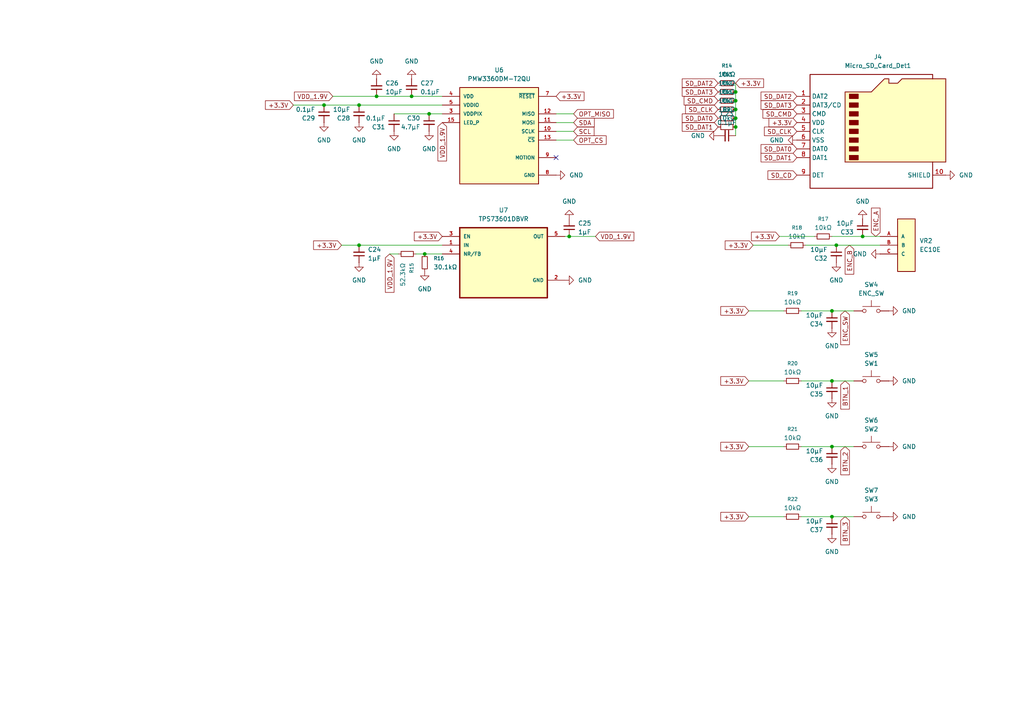
<source format=kicad_sch>
(kicad_sch (version 20250114) (generator "eeschema") (generator_version "9.0")
  (paper "A4")
  (lib_symbols
    (symbol "Connector:Micro_SD_Card_Det1"
      (property "Reference" "J" (at -16.51 17.78 0))
      (property "Value" "Micro_SD_Card_Det1" (at 16.51 17.78 0))
      (symbol "Micro_SD_Card_Det1_0_1"
        (polyline (pts (xy -8.89 -8.89) (xy -8.89 11.43) (xy -1.27 11.43) (xy 2.54 15.24) (xy 3.81 15.24) (xy 3.81 13.97) (xy 6.35 13.97) (xy 7.62 15.24) (xy 20.32 15.24) (xy 20.32 -8.89) (xy -8.89 -8.89)) (stroke (width 0.254)) (fill (type background)))
        (rectangle (start -7.62 10.795) (end -5.08 9.525) (stroke (width 0.254)) (fill (type outline)))
        (rectangle (start -7.62 8.255) (end -5.08 6.985) (stroke (width 0.254)) (fill (type outline)))
        (rectangle (start -7.62 5.715) (end -5.08 4.445) (stroke (width 0.254)) (fill (type outline)))
        (rectangle (start -7.62 3.175) (end -5.08 1.905) (stroke (width 0.254)) (fill (type outline)))
        (rectangle (start -7.62 0.635) (end -5.08 -0.635) (stroke (width 0.254)) (fill (type outline)))
        (rectangle (start -7.62 -1.905) (end -5.08 -3.175) (stroke (width 0.254)) (fill (type outline)))
        (rectangle (start -7.62 -4.445) (end -5.08 -5.715) (stroke (width 0.254)) (fill (type outline)))
        (rectangle (start -7.62 -6.985) (end -5.08 -8.255) (stroke (width 0.254)) (fill (type outline)))
        (polyline (pts (xy 16.51 15.24) (xy 16.51 16.51) (xy -19.05 16.51) (xy -19.05 -16.51) (xy 16.51 -16.51) (xy 16.51 -8.89)) (stroke (width 0.254)))
      )
      (symbol "Micro_SD_Card_Det1_1_1"
        (pin bidirectional line (at -22.86 10.16 0) (length 3.81) (name "DAT2") (number "1"))
        (pin bidirectional line (at -22.86 7.62 0) (length 3.81) (name "DAT3/CD") (number "2"))
        (pin input line (at -22.86 5.08 0) (length 3.81) (name "CMD") (number "3"))
        (pin power_in line (at -22.86 2.54 0) (length 3.81) (name "VDD") (number "4"))
        (pin input line (at -22.86 0 0) (length 3.81) (name "CLK") (number "5"))
        (pin power_in line (at -22.86 -2.54 0) (length 3.81) (name "VSS") (number "6"))
        (pin bidirectional line (at -22.86 -5.08 0) (length 3.81) (name "DAT0") (number "7"))
        (pin bidirectional line (at -22.86 -7.62 0) (length 3.81) (name "DAT1") (number "8"))
        (pin passive line (at -22.86 -12.7 0) (length 3.81) (name "DET") (number "9"))
        (pin passive line (at 20.32 -12.7 180) (length 3.81) (name "SHIELD") (number "10"))
      )
    )
    (symbol "Device:C_Small" (pin_numbers (hide yes)) (pin_names (offset 0.254) (hide yes))
      (property "Reference" "C" (at 0.254 1.778 0))
      (property "Value" "C_Small" (at 0.254 -2.032 0))
      (symbol "C_Small_0_1"
        (polyline (pts (xy -1.524 0.508) (xy 1.524 0.508)) (stroke (width 0.3048)))
        (polyline (pts (xy -1.524 -0.508) (xy 1.524 -0.508)) (stroke (width 0.3302)))
      )
      (symbol "C_Small_1_1"
        (pin passive line (at 0 2.54 270) (length 2.032) (name "~") (number "1"))
        (pin passive line (at 0 -2.54 90) (length 2.032) (name "~") (number "2"))
      )
    )
    (symbol "Device:R_Small" (pin_numbers (hide yes)) (pin_names (offset 0.254) (hide yes))
      (property "Reference" "R" (at 0 0 90))
      (property "Value" "R_Small" (at 1.778 0 90))
      (symbol "R_Small_0_1"
        (rectangle (start -0.762 1.778) (end 0.762 -1.778) (stroke (width 0.2032)))
      )
      (symbol "R_Small_1_1"
        (pin passive line (at 0 2.54 270) (length 0.762) (name "~") (number "1"))
        (pin passive line (at 0 -2.54 90) (length 0.762) (name "~") (number "2"))
      )
    )
    (symbol "Library:EC10E1220501" (pin_names (offset 1.016))
      (property "Reference" "VR" (at -7.6292 8.9007 0))
      (property "Value" "EC10E1220501" (at -7.6282 6.3568 0))
      (symbol "EC10E1220501_0_0"
        (rectangle (start -7.62 0) (end 7.62 5.08) (stroke (width 0.254)) (fill (type background)))
        (pin passive line (at -2.54 -5.08 90) (length 5.08) (name "A") (number "A"))
        (pin passive line (at 0 -5.08 90) (length 5.08) (name "B") (number "B"))
        (pin passive line (at 2.54 -5.08 90) (length 5.08) (name "C") (number "C"))
      )
    )
    (symbol "Library:PMW3360DM-T2QU" (pin_names (offset 1.016))
      (property "Reference" "U" (at -12.7 13.335 0))
      (property "Value" "PMW3360DM-T2QU" (at -12.7 -17.78 0))
      (symbol "PMW3360DM-T2QU_0_0"
        (rectangle (start -12.7 -15.24) (end 10.16 12.7) (stroke (width 0.254)) (fill (type background)))
        (pin bidirectional line (at -17.78 10.16 0) (length 5.08) (name "VDD") (number "4"))
        (pin bidirectional line (at -17.78 7.62 0) (length 5.08) (name "VDDIO") (number "5"))
        (pin bidirectional line (at -17.78 5.08 0) (length 5.08) (name "VDDPIX") (number "3"))
        (pin bidirectional line (at -17.78 2.54 0) (length 5.08) (name "LED_P") (number "15"))
        (pin bidirectional line (at 15.24 10.16 180) (length 5.08) (name "~{RESET}") (number "7"))
        (pin bidirectional line (at 15.24 5.08 180) (length 5.08) (name "MISO") (number "12"))
        (pin bidirectional line (at 15.24 2.54 180) (length 5.08) (name "MOSI") (number "11"))
        (pin bidirectional line (at 15.24 0 180) (length 5.08) (name "SCLK") (number "10"))
        (pin bidirectional line (at 15.24 -2.54 180) (length 5.08) (name "~{CS}") (number "13"))
        (pin bidirectional line (at 15.24 -7.62 180) (length 5.08) (name "MOTION") (number "9"))
        (pin bidirectional line (at 15.24 -12.7 180) (length 5.08) (name "GND") (number "8"))
      )
    )
    (symbol "Library:TPS73601DBVR" (pin_names (offset 1.016))
      (property "Reference" "U" (at -12.7 11.16 0))
      (property "Value" "TPS73601DBVR" (at -12.7 -14.16 0))
      (symbol "TPS73601DBVR_0_0"
        (rectangle (start -12.7 -10.16) (end 12.7 10.16) (stroke (width 0.41)) (fill (type background)))
        (pin input line (at -17.78 7.62 0) (length 5.08) (name "EN") (number "3"))
        (pin input line (at -17.78 5.08 0) (length 5.08) (name "IN") (number "1"))
        (pin input line (at -17.78 2.54 0) (length 5.08) (name "NR/FB") (number "4"))
        (pin output line (at 17.78 7.62 180) (length 5.08) (name "OUT") (number "5"))
        (pin power_in line (at 17.78 -5.08 180) (length 5.08) (name "GND") (number "2"))
      )
    )
    (symbol "Switch:SW_Push" (pin_numbers (hide yes)) (pin_names (offset 1.016) (hide yes))
      (property "Reference" "SW" (at 1.27 2.54 0))
      (property "Value" "SW_Push" (at 0 -1.524 0))
      (symbol "SW_Push_0_1"
        (circle (center -2.032 0) (radius 0.508))
        (polyline (pts (xy 0 1.27) (xy 0 3.048)))
        (circle (center 2.032 0) (radius 0.508))
        (polyline (pts (xy 2.54 1.27) (xy -2.54 1.27)))
        (pin passive line (at -5.08 0 0) (length 2.54) (name "1") (number "1"))
        (pin passive line (at 5.08 0 180) (length 2.54) (name "2") (number "2"))
      )
    )
    (symbol "power:GND" (power) (pin_numbers (hide yes)) (pin_names (offset 0) (hide yes))
      (property "Value" "GND" (at 0 -3.81 0))
      (symbol "GND_0_1"
        (polyline (pts (xy 0 0) (xy 0 -1.27) (xy 1.27 -1.27) (xy 0 -2.54) (xy -1.27 -1.27) (xy 0 -1.27)))
      )
      (symbol "GND_1_1"
        (pin power_in line (at 0 0 270) (length 0) (name "~") (number "1"))
      )
    )
  )
  (junction (at 119.38 27.94))
  (junction (at 241.3 110.49))
  (junction (at 213.36 26.67))
  (junction (at 109.22 27.94))
  (junction (at 165.1 68.58))
  (junction (at 213.36 34.29))
  (junction (at 213.36 29.21))
  (junction (at 242.57 71.12))
  (junction (at 104.14 71.12))
  (junction (at 213.36 36.83))
  (junction (at 241.3 149.86))
  (junction (at 241.3 90.17))
  (junction (at 104.14 30.48))
  (junction (at 250.19 68.58))
  (junction (at 241.3 129.54))
  (junction (at 124.46 33.02))
  (junction (at 93.98 30.48))
  (junction (at 213.36 31.75))
  (junction (at 123.19 73.66))
  (no_connect (at 161.29 45.72))
  (wire (pts (xy 213.36 36.83) (xy 213.36 39.37)))
  (wire (pts (xy 232.41 110.49) (xy 241.3 110.49)))
  (wire (pts (xy 213.36 24.13) (xy 213.36 26.67)))
  (wire (pts (xy 241.3 149.86) (xy 247.65 149.86)))
  (wire (pts (xy 99.06 71.12) (xy 104.14 71.12)))
  (wire (pts (xy 120.65 73.66) (xy 123.19 73.66)))
  (wire (pts (xy 172.72 68.58) (xy 165.1 68.58)))
  (wire (pts (xy 213.36 34.29) (xy 213.36 36.83)))
  (wire (pts (xy 241.3 110.49) (xy 247.65 110.49)))
  (wire (pts (xy 113.03 73.66) (xy 115.57 73.66)))
  (wire (pts (xy 241.3 68.58) (xy 250.19 68.58)))
  (wire (pts (xy 166.37 38.1) (xy 161.29 38.1)))
  (wire (pts (xy 217.17 110.49) (xy 227.33 110.49)))
  (wire (pts (xy 119.38 27.94) (xy 128.27 27.94)))
  (wire (pts (xy 85.09 30.48) (xy 93.98 30.48)))
  (wire (pts (xy 241.3 129.54) (xy 247.65 129.54)))
  (wire (pts (xy 233.68 71.12) (xy 242.57 71.12)))
  (wire (pts (xy 232.41 90.17) (xy 241.3 90.17)))
  (wire (pts (xy 242.57 71.12) (xy 255.27 71.12)))
  (wire (pts (xy 93.98 30.48) (xy 104.14 30.48)))
  (wire (pts (xy 217.17 90.17) (xy 227.33 90.17)))
  (wire (pts (xy 217.17 129.54) (xy 227.33 129.54)))
  (wire (pts (xy 114.3 33.02) (xy 124.46 33.02)))
  (wire (pts (xy 166.37 33.02) (xy 161.29 33.02)))
  (wire (pts (xy 104.14 71.12) (xy 128.27 71.12)))
  (wire (pts (xy 217.17 149.86) (xy 227.33 149.86)))
  (wire (pts (xy 232.41 129.54) (xy 241.3 129.54)))
  (wire (pts (xy 109.22 27.94) (xy 119.38 27.94)))
  (wire (pts (xy 213.36 31.75) (xy 213.36 34.29)))
  (wire (pts (xy 123.19 73.66) (xy 128.27 73.66)))
  (wire (pts (xy 166.37 40.64) (xy 161.29 40.64)))
  (wire (pts (xy 165.1 68.58) (xy 163.83 68.58)))
  (wire (pts (xy 226.06 68.58) (xy 236.22 68.58)))
  (wire (pts (xy 166.37 35.56) (xy 161.29 35.56)))
  (wire (pts (xy 213.36 26.67) (xy 213.36 29.21)))
  (wire (pts (xy 96.52 27.94) (xy 109.22 27.94)))
  (wire (pts (xy 250.19 68.58) (xy 255.27 68.58)))
  (wire (pts (xy 104.14 30.48) (xy 128.27 30.48)))
  (wire (pts (xy 213.36 29.21) (xy 213.36 31.75)))
  (wire (pts (xy 241.3 90.17) (xy 247.65 90.17)))
  (wire (pts (xy 124.46 33.02) (xy 128.27 33.02)))
  (wire (pts (xy 232.41 149.86) (xy 241.3 149.86)))
  (wire (pts (xy 218.44 71.12) (xy 228.6 71.12)))
  (global_label "VDD_1.9V" (shape input) (at 113.03 73.66 270) (property "Intersheetrefs" "${INTERSHEET_REFS}" (effects (hide yes))))
  (global_label "SD_CMD" (shape input) (at 208.28 29.21 180) (property "Intersheetrefs" "${INTERSHEET_REFS}" (effects (hide yes))))
  (global_label "BTN_2" (shape input) (at 245.11 129.54 270) (property "Intersheetrefs" "${INTERSHEET_REFS}" (effects (hide yes))))
  (global_label "SD_DAT1" (shape input) (at 208.28 36.83 180) (property "Intersheetrefs" "${INTERSHEET_REFS}" (effects (hide yes))))
  (global_label "+3.3V" (shape input) (at 161.29 27.94 0) (property "Intersheetrefs" "${INTERSHEET_REFS}" (effects (hide yes))))
  (global_label "BTN_1" (shape input) (at 245.11 110.49 270) (property "Intersheetrefs" "${INTERSHEET_REFS}" (effects (hide yes))))
  (global_label "SDA" (shape input) (at 166.37 35.56 0) (property "Intersheetrefs" "${INTERSHEET_REFS}" (effects (hide yes))))
  (global_label "+3.3V" (shape input) (at 217.17 110.49 180) (property "Intersheetrefs" "${INTERSHEET_REFS}" (effects (hide yes))))
  (global_label "SD_DAT2" (shape input) (at 231.14 27.94 180) (property "Intersheetrefs" "${INTERSHEET_REFS}" (effects (hide yes))))
  (global_label "+3.3V" (shape input) (at 217.17 90.17 180) (property "Intersheetrefs" "${INTERSHEET_REFS}" (effects (hide yes))))
  (global_label "SD_CLK" (shape input) (at 231.14 38.1 180) (property "Intersheetrefs" "${INTERSHEET_REFS}" (effects (hide yes))))
  (global_label "SD_DAT1" (shape input) (at 231.14 45.72 180) (property "Intersheetrefs" "${INTERSHEET_REFS}" (effects (hide yes))))
  (global_label "+3.3V" (shape input) (at 128.27 68.58 180) (property "Intersheetrefs" "${INTERSHEET_REFS}" (effects (hide yes))))
  (global_label "VDD_1.9V" (shape input) (at 172.72 68.58 0) (property "Intersheetrefs" "${INTERSHEET_REFS}" (effects (hide yes))))
  (global_label "+3.3V" (shape input) (at 99.06 71.12 180) (property "Intersheetrefs" "${INTERSHEET_REFS}" (effects (hide yes))))
  (global_label "+3.3V" (shape input) (at 213.36 24.13 0) (property "Intersheetrefs" "${INTERSHEET_REFS}" (effects (hide yes))))
  (global_label "SD_DAT2" (shape input) (at 208.28 24.13 180) (property "Intersheetrefs" "${INTERSHEET_REFS}" (effects (hide yes))))
  (global_label "BTN_3" (shape input) (at 245.11 149.86 270) (property "Intersheetrefs" "${INTERSHEET_REFS}" (effects (hide yes))))
  (global_label "SD_DAT3" (shape input) (at 208.28 26.67 180) (property "Intersheetrefs" "${INTERSHEET_REFS}" (effects (hide yes))))
  (global_label "+3.3V" (shape input) (at 85.09 30.48 180) (property "Intersheetrefs" "${INTERSHEET_REFS}" (effects (hide yes))))
  (global_label "VDD_1.9V" (shape input) (at 128.27 35.56 270) (property "Intersheetrefs" "${INTERSHEET_REFS}" (effects (hide yes))))
  (global_label "SD_DAT3" (shape input) (at 231.14 30.48 180) (property "Intersheetrefs" "${INTERSHEET_REFS}" (effects (hide yes))))
  (global_label "+3.3V" (shape input) (at 217.17 129.54 180) (property "Intersheetrefs" "${INTERSHEET_REFS}" (effects (hide yes))))
  (global_label "ENC_A" (shape input) (at 254 68.58 90) (property "Intersheetrefs" "${INTERSHEET_REFS}" (effects (hide yes))))
  (global_label "ENC_SW" (shape input) (at 245.11 90.17 270) (property "Intersheetrefs" "${INTERSHEET_REFS}" (effects (hide yes))))
  (global_label "OPT_MISO" (shape input) (at 166.37 33.02 0) (property "Intersheetrefs" "${INTERSHEET_REFS}" (effects (hide yes))))
  (global_label "SD_CMD" (shape input) (at 231.14 33.02 180) (property "Intersheetrefs" "${INTERSHEET_REFS}" (effects (hide yes))))
  (global_label "+3.3V" (shape input) (at 218.44 71.12 180) (property "Intersheetrefs" "${INTERSHEET_REFS}" (effects (hide yes))))
  (global_label "OPT_CS" (shape input) (at 166.37 40.64 0) (property "Intersheetrefs" "${INTERSHEET_REFS}" (effects (hide yes))))
  (global_label "SD_DAT0" (shape input) (at 208.28 34.29 180) (property "Intersheetrefs" "${INTERSHEET_REFS}" (effects (hide yes))))
  (global_label "ENC_B" (shape input) (at 246.38 71.12 270) (property "Intersheetrefs" "${INTERSHEET_REFS}" (effects (hide yes))))
  (global_label "VDD_1.9V" (shape input) (at 96.52 27.94 180) (property "Intersheetrefs" "${INTERSHEET_REFS}" (effects (hide yes))))
  (global_label "SD_CLK" (shape input) (at 208.28 31.75 180) (property "Intersheetrefs" "${INTERSHEET_REFS}" (effects (hide yes))))
  (global_label "+3.3V" (shape input) (at 231.14 35.56 180) (property "Intersheetrefs" "${INTERSHEET_REFS}" (effects (hide yes))))
  (global_label "SD_DAT0" (shape input) (at 231.14 43.18 180) (property "Intersheetrefs" "${INTERSHEET_REFS}" (effects (hide yes))))
  (global_label "+3.3V" (shape input) (at 217.17 149.86 180) (property "Intersheetrefs" "${INTERSHEET_REFS}" (effects (hide yes))))
  (global_label "+3.3V" (shape input) (at 226.06 68.58 180) (property "Intersheetrefs" "${INTERSHEET_REFS}" (effects (hide yes))))
  (global_label "SD_CD" (shape input) (at 231.14 50.8 180) (property "Intersheetrefs" "${INTERSHEET_REFS}" (effects (hide yes))))
  (global_label "SCL" (shape input) (at 166.37 38.1 0) (property "Intersheetrefs" "${INTERSHEET_REFS}" (effects (hide yes))))
  (symbol (lib_id "Device:R_Small") (at 210.82 29.21 270) (unit 1)
    (property "Reference" "R12" (at 210.82 24.13 90) (effects (font (size 1.016 1.016))))
    (property "Value" "10kΩ" (at 210.82 26.67 90))
    (property "Footprint" "Resistor_SMD:R_0603_1608Metric_Pad0.98x0.95mm_HandSolder" (effects (hide yes)))
    (property "Description" "Resistor, small symbol" (effects (hide yes)))
  )
  (symbol (lib_id "power:GND") (at 242.57 76.2 0) (mirror y) (unit 1)
    (property "Reference" "#PWR062" (effects (hide yes)))
    (property "Value" "GND" (at 242.57 81.28 0))
    (property "Description" "Power symbol creates a global label with name \"GND\" , ground" (effects (hide yes)))
  )
  (symbol (lib_id "Library:TPS73601DBVR") (at 146.05 76.2 0) (unit 1)
    (property "Reference" "U7" (at 146.05 60.96 0))
    (property "Value" "TPS73601DBVR" (at 146.05 63.5 0))
    (property "Footprint" "Library:SOT95P280X145-5N" (effects (hide yes)))
  )
  (symbol (lib_id "power:GND") (at 257.81 90.17 90) (unit 1)
    (property "Reference" "#PWR065" (effects (hide yes)))
    (property "Value" "GND" (at 261.62 90.1699 90) (effects (justify right)))
    (property "Description" "Power symbol creates a global label with name \"GND\" , ground" (effects (hide yes)))
  )
  (symbol (lib_id "Device:C_Small") (at 241.3 152.4 0) (unit 1)
    (property "Reference" "C37" (at 238.76 153.6765 0) (effects (justify right)))
    (property "Value" "10μF" (at 238.76 151.1365 0) (effects (justify right)))
    (property "Footprint" "Capacitor_SMD:C_0603_1608Metric_Pad1.08x0.95mm_HandSolder" (effects (hide yes)))
    (property "Description" "Unpolarized capacitor, small symbol" (effects (hide yes)))
  )
  (symbol (lib_id "power:GND") (at 257.81 149.86 90) (unit 1)
    (property "Reference" "#PWR071" (effects (hide yes)))
    (property "Value" "GND" (at 261.62 149.8599 90) (effects (justify right)))
    (property "Description" "Power symbol creates a global label with name \"GND\" , ground" (effects (hide yes)))
  )
  (symbol (lib_id "Device:R_Small") (at 229.87 149.86 270) (unit 1)
    (property "Reference" "R22" (at 229.87 144.78 90) (effects (font (size 1.016 1.016))))
    (property "Value" "10kΩ" (at 229.87 147.32 90))
    (property "Footprint" "Resistor_SMD:R_0603_1608Metric_Pad0.98x0.95mm_HandSolder" (effects (hide yes)))
    (property "Description" "Resistor, small symbol" (effects (hide yes)))
  )
  (symbol (lib_id "power:GND") (at 241.3 154.94 0) (mirror y) (unit 1)
    (property "Reference" "#PWR070" (effects (hide yes)))
    (property "Value" "GND" (at 241.3 160.02 0))
    (property "Description" "Power symbol creates a global label with name \"GND\" , ground" (effects (hide yes)))
  )
  (symbol (lib_id "power:GND") (at 123.19 78.74 0) (unit 1)
    (property "Reference" "#PWR053" (effects (hide yes)))
    (property "Value" "GND" (at 123.19 83.82 0))
    (property "Description" "Power symbol creates a global label with name \"GND\" , ground" (effects (hide yes)))
  )
  (symbol (lib_id "power:GND") (at 241.3 134.62 0) (mirror y) (unit 1)
    (property "Reference" "#PWR068" (effects (hide yes)))
    (property "Value" "GND" (at 241.3 139.7 0))
    (property "Description" "Power symbol creates a global label with name \"GND\" , ground" (effects (hide yes)))
  )
  (symbol (lib_id "Device:R_Small") (at 210.82 24.13 270) (unit 1)
    (property "Reference" "R14" (at 210.82 19.05 90) (effects (font (size 1.016 1.016))))
    (property "Value" "10kΩ" (at 210.82 21.59 90))
    (property "Footprint" "Resistor_SMD:R_0603_1608Metric_Pad0.98x0.95mm_HandSolder" (effects (hide yes)))
    (property "Description" "Resistor, small symbol" (effects (hide yes)))
  )
  (symbol (lib_id "Device:R_Small") (at 210.82 34.29 270) (unit 1)
    (property "Reference" "R10" (at 210.82 29.21 90) (effects (font (size 1.016 1.016))))
    (property "Value" "10kΩ" (at 210.82 31.75 90))
    (property "Footprint" "Resistor_SMD:R_0603_1608Metric_Pad0.98x0.95mm_HandSolder" (effects (hide yes)))
    (property "Description" "Resistor, small symbol" (effects (hide yes)))
  )
  (symbol (lib_id "Device:C_Small") (at 250.19 66.04 0) (unit 1)
    (property "Reference" "C33" (at 247.65 67.3165 0) (effects (justify right)))
    (property "Value" "10μF" (at 247.65 64.7765 0) (effects (justify right)))
    (property "Footprint" "Capacitor_SMD:C_0603_1608Metric_Pad1.08x0.95mm_HandSolder" (effects (hide yes)))
    (property "Description" "Unpolarized capacitor, small symbol" (effects (hide yes)))
  )
  (symbol (lib_id "power:GND") (at 208.28 39.37 270) (unit 1)
    (property "Reference" "#PWR049" (effects (hide yes)))
    (property "Value" "GND" (at 204.47 39.3699 90) (effects (justify right)))
    (property "Description" "Power symbol creates a global label with name \"GND\" , ground" (effects (hide yes)))
  )
  (symbol (lib_id "Library:PMW3360DM-T2QU") (at 146.05 38.1 0) (unit 1)
    (property "Reference" "U6" (at 144.78 20.32 0))
    (property "Value" "PMW3360DM-T2QU" (at 144.78 22.86 0))
    (property "Footprint" "Library:PMW3360" (effects (hide yes)))
  )
  (symbol (lib_id "Device:R_Small") (at 231.14 71.12 270) (unit 1)
    (property "Reference" "R18" (at 231.14 66.04 90) (effects (font (size 1.016 1.016))))
    (property "Value" "10kΩ" (at 231.14 68.58 90))
    (property "Footprint" "Resistor_SMD:R_0603_1608Metric_Pad0.98x0.95mm_HandSolder" (effects (hide yes)))
    (property "Description" "Resistor, small symbol" (effects (hide yes)))
  )
  (symbol (lib_id "Device:R_Small") (at 210.82 36.83 270) (unit 1)
    (property "Reference" "R9" (at 210.82 31.75 90) (effects (font (size 1.016 1.016))))
    (property "Value" "10kΩ" (at 210.82 34.29 90))
    (property "Footprint" "Resistor_SMD:R_0603_1608Metric_Pad0.98x0.95mm_HandSolder" (effects (hide yes)))
    (property "Description" "Resistor, small symbol" (effects (hide yes)))
  )
  (symbol (lib_id "power:GND") (at 257.81 129.54 90) (unit 1)
    (property "Reference" "#PWR069" (effects (hide yes)))
    (property "Value" "GND" (at 261.62 129.5399 90) (effects (justify right)))
    (property "Description" "Power symbol creates a global label with name \"GND\" , ground" (effects (hide yes)))
  )
  (symbol (lib_id "Switch:SW_Push") (at 252.73 90.17 0) (unit 1)
    (property "Reference" "SW4" (at 252.73 82.55 0))
    (property "Value" "ENC_SW" (at 252.73 85.09 0))
    (property "Description" "Push button switch, generic, two pins" (effects (hide yes)))
  )
  (symbol (lib_id "Device:C_Small") (at 124.46 35.56 0) (mirror y) (unit 1)
    (property "Reference" "C30" (at 121.92 34.2962 0) (effects (justify left)))
    (property "Value" "4.7μF" (at 121.92 36.8362 0) (effects (justify left)))
    (property "Footprint" "Capacitor_SMD:C_0603_1608Metric_Pad1.08x0.95mm_HandSolder" (effects (hide yes)))
    (property "Description" "Unpolarized capacitor, small symbol" (effects (hide yes)))
  )
  (symbol (lib_id "power:GND") (at 104.14 76.2 0) (unit 1)
    (property "Reference" "#PWR050" (effects (hide yes)))
    (property "Value" "GND" (at 104.14 81.28 0))
    (property "Description" "Power symbol creates a global label with name \"GND\" , ground" (effects (hide yes)))
  )
  (symbol (lib_id "Device:C_Small") (at 114.3 35.56 0) (unit 1)
    (property "Reference" "C31" (at 111.76 36.8365 0) (effects (justify right)))
    (property "Value" "0.1μF" (at 111.76 34.2965 0) (effects (justify right)))
    (property "Footprint" "Capacitor_SMD:C_0603_1608Metric_Pad1.08x0.95mm_HandSolder" (effects (hide yes)))
    (property "Description" "Unpolarized capacitor, small symbol" (effects (hide yes)))
  )
  (symbol (lib_id "Device:C_Small") (at 241.3 132.08 0) (unit 1)
    (property "Reference" "C36" (at 238.76 133.3565 0) (effects (justify right)))
    (property "Value" "10μF" (at 238.76 130.8165 0) (effects (justify right)))
    (property "Footprint" "Capacitor_SMD:C_0603_1608Metric_Pad1.08x0.95mm_HandSolder" (effects (hide yes)))
    (property "Description" "Unpolarized capacitor, small symbol" (effects (hide yes)))
  )
  (symbol (lib_id "power:GND") (at 114.3 38.1 0) (unit 1)
    (property "Reference" "#PWR059" (effects (hide yes)))
    (property "Value" "GND" (at 114.3 43.18 0))
    (property "Description" "Power symbol creates a global label with name \"GND\" , ground" (effects (hide yes)))
  )
  (symbol (lib_id "Device:R_Small") (at 123.19 76.2 0) (unit 1)
    (property "Reference" "R16" (at 125.73 74.9299 0) (effects (font (size 1.016 1.016)) (justify left)))
    (property "Value" "30.1kΩ" (at 125.73 77.4699 0) (effects (justify left)))
    (property "Footprint" "Resistor_SMD:R_0603_1608Metric_Pad0.98x0.95mm_HandSolder" (effects (hide yes)))
    (property "Description" "Resistor, small symbol" (effects (hide yes)))
  )
  (symbol (lib_id "power:GND") (at 255.27 73.66 270) (unit 1)
    (property "Reference" "#PWR063" (effects (hide yes)))
    (property "Value" "GND" (at 251.46 73.6599 90) (effects (justify right)))
    (property "Description" "Power symbol creates a global label with name \"GND\" , ground" (effects (hide yes)))
  )
  (symbol (lib_id "Device:R_Small") (at 210.82 26.67 270) (unit 1)
    (property "Reference" "R13" (at 210.82 21.59 90) (effects (font (size 1.016 1.016))))
    (property "Value" "10kΩ" (at 210.82 24.13 90))
    (property "Footprint" "Resistor_SMD:R_0603_1608Metric_Pad0.98x0.95mm_HandSolder" (effects (hide yes)))
    (property "Description" "Resistor, small symbol" (effects (hide yes)))
  )
  (symbol (lib_id "power:GND") (at 104.14 35.56 0) (unit 1)
    (property "Reference" "#PWR056" (effects (hide yes)))
    (property "Value" "GND" (at 104.14 40.64 0))
    (property "Description" "Power symbol creates a global label with name \"GND\" , ground" (effects (hide yes)))
  )
  (symbol (lib_id "Device:C_Small") (at 210.82 39.37 270) (unit 1)
    (property "Reference" "C23" (at 210.8136 33.02 90))
    (property "Value" "0.1μF" (at 210.8136 35.56 90))
    (property "Footprint" "Capacitor_SMD:C_0603_1608Metric_Pad1.08x0.95mm_HandSolder" (effects (hide yes)))
    (property "Description" "Unpolarized capacitor, small symbol" (effects (hide yes)))
  )
  (symbol (lib_id "power:GND") (at 161.29 50.8 90) (unit 1)
    (property "Reference" "#PWR060" (effects (hide yes)))
    (property "Value" "GND" (at 165.1 50.7999 90) (effects (justify right)))
    (property "Description" "Power symbol creates a global label with name \"GND\" , ground" (effects (hide yes)))
  )
  (symbol (lib_id "power:GND") (at 109.22 22.86 180) (unit 1)
    (property "Reference" "#PWR054" (effects (hide yes)))
    (property "Value" "GND" (at 109.22 17.78 0))
    (property "Description" "Power symbol creates a global label with name \"GND\" , ground" (effects (hide yes)))
  )
  (symbol (lib_id "power:GND") (at 257.81 110.49 90) (unit 1)
    (property "Reference" "#PWR067" (effects (hide yes)))
    (property "Value" "GND" (at 261.62 110.4899 90) (effects (justify right)))
    (property "Description" "Power symbol creates a global label with name \"GND\" , ground" (effects (hide yes)))
  )
  (symbol (lib_id "Device:C_Small") (at 119.38 25.4 180) (unit 1)
    (property "Reference" "C27" (at 121.92 24.1235 0) (effects (justify right)))
    (property "Value" "0.1μF" (at 121.92 26.6635 0) (effects (justify right)))
    (property "Footprint" "Capacitor_SMD:C_0603_1608Metric_Pad1.08x0.95mm_HandSolder" (effects (hide yes)))
    (property "Description" "Unpolarized capacitor, small symbol" (effects (hide yes)))
  )
  (symbol (lib_id "Device:C_Small") (at 165.1 66.04 180) (unit 1)
    (property "Reference" "C25" (at 167.64 64.7635 0) (effects (justify right)))
    (property "Value" "1μF" (at 167.64 67.3035 0) (effects (justify right)))
    (property "Footprint" "Capacitor_SMD:C_0603_1608Metric_Pad1.08x0.95mm_HandSolder" (effects (hide yes)))
    (property "Description" "Unpolarized capacitor, small symbol" (effects (hide yes)))
  )
  (symbol (lib_id "power:GND") (at 231.14 40.64 270) (unit 1)
    (property "Reference" "#PWR047" (effects (hide yes)))
    (property "Value" "GND" (at 227.33 40.6399 90) (effects (justify right)))
    (property "Description" "Power symbol creates a global label with name \"GND\" , ground" (effects (hide yes)))
  )
  (symbol (lib_id "Device:R_Small") (at 229.87 110.49 270) (unit 1)
    (property "Reference" "R20" (at 229.87 105.41 90) (effects (font (size 1.016 1.016))))
    (property "Value" "10kΩ" (at 229.87 107.95 90))
    (property "Footprint" "Resistor_SMD:R_0603_1608Metric_Pad0.98x0.95mm_HandSolder" (effects (hide yes)))
    (property "Description" "Resistor, small symbol" (effects (hide yes)))
  )
  (symbol (lib_id "power:GND") (at 241.3 95.25 0) (mirror y) (unit 1)
    (property "Reference" "#PWR064" (effects (hide yes)))
    (property "Value" "GND" (at 241.3 100.33 0))
    (property "Description" "Power symbol creates a global label with name \"GND\" , ground" (effects (hide yes)))
  )
  (symbol (lib_id "power:GND") (at 93.98 35.56 0) (unit 1)
    (property "Reference" "#PWR057" (effects (hide yes)))
    (property "Value" "GND" (at 93.98 40.64 0))
    (property "Description" "Power symbol creates a global label with name \"GND\" , ground" (effects (hide yes)))
  )
  (symbol (lib_id "Device:C_Small") (at 242.57 73.66 0) (unit 1)
    (property "Reference" "C32" (at 240.03 74.9365 0) (effects (justify right)))
    (property "Value" "10μF" (at 240.03 72.3965 0) (effects (justify right)))
    (property "Footprint" "Capacitor_SMD:C_0603_1608Metric_Pad1.08x0.95mm_HandSolder" (effects (hide yes)))
    (property "Description" "Unpolarized capacitor, small symbol" (effects (hide yes)))
  )
  (symbol (lib_id "Device:C_Small") (at 104.14 33.02 0) (unit 1)
    (property "Reference" "C28" (at 101.6 34.2965 0) (effects (justify right)))
    (property "Value" "10μF" (at 101.6 31.7565 0) (effects (justify right)))
    (property "Footprint" "Capacitor_SMD:C_0603_1608Metric_Pad1.08x0.95mm_HandSolder" (effects (hide yes)))
    (property "Description" "Unpolarized capacitor, small symbol" (effects (hide yes)))
  )
  (symbol (lib_id "power:GND") (at 241.3 115.57 0) (mirror y) (unit 1)
    (property "Reference" "#PWR066" (effects (hide yes)))
    (property "Value" "GND" (at 241.3 120.65 0))
    (property "Description" "Power symbol creates a global label with name \"GND\" , ground" (effects (hide yes)))
  )
  (symbol (lib_id "Switch:SW_Push") (at 252.73 149.86 0) (unit 1)
    (property "Reference" "SW7" (at 252.73 142.24 0))
    (property "Value" "SW3" (at 252.73 144.78 0))
    (property "Description" "Push button switch, generic, two pins" (effects (hide yes)))
  )
  (symbol (lib_id "Device:C_Small") (at 241.3 113.03 0) (unit 1)
    (property "Reference" "C35" (at 238.76 114.3065 0) (effects (justify right)))
    (property "Value" "10μF" (at 238.76 111.7665 0) (effects (justify right)))
    (property "Footprint" "Capacitor_SMD:C_0603_1608Metric_Pad1.08x0.95mm_HandSolder" (effects (hide yes)))
    (property "Description" "Unpolarized capacitor, small symbol" (effects (hide yes)))
  )
  (symbol (lib_id "power:GND") (at 119.38 22.86 180) (unit 1)
    (property "Reference" "#PWR055" (effects (hide yes)))
    (property "Value" "GND" (at 119.38 17.78 0))
    (property "Description" "Power symbol creates a global label with name \"GND\" , ground" (effects (hide yes)))
  )
  (symbol (lib_id "power:GND") (at 165.1 63.5 180) (unit 1)
    (property "Reference" "#PWR052" (effects (hide yes)))
    (property "Value" "GND" (at 165.1 58.42 0))
    (property "Description" "Power symbol creates a global label with name \"GND\" , ground" (effects (hide yes)))
  )
  (symbol (lib_id "Device:C_Small") (at 93.98 33.02 0) (unit 1)
    (property "Reference" "C29" (at 91.44 34.2965 0) (effects (justify right)))
    (property "Value" "0.1μF" (at 91.44 31.7565 0) (effects (justify right)))
    (property "Footprint" "Capacitor_SMD:C_0603_1608Metric_Pad1.08x0.95mm_HandSolder" (effects (hide yes)))
    (property "Description" "Unpolarized capacitor, small symbol" (effects (hide yes)))
  )
  (symbol (lib_id "Device:C_Small") (at 241.3 92.71 0) (unit 1)
    (property "Reference" "C34" (at 238.76 93.9865 0) (effects (justify right)))
    (property "Value" "10μF" (at 238.76 91.4465 0) (effects (justify right)))
    (property "Footprint" "Capacitor_SMD:C_0603_1608Metric_Pad1.08x0.95mm_HandSolder" (effects (hide yes)))
    (property "Description" "Unpolarized capacitor, small symbol" (effects (hide yes)))
  )
  (symbol (lib_id "Switch:SW_Push") (at 252.73 129.54 0) (unit 1)
    (property "Reference" "SW6" (at 252.73 121.92 0))
    (property "Value" "SW2" (at 252.73 124.46 0))
    (property "Description" "Push button switch, generic, two pins" (effects (hide yes)))
  )
  (symbol (lib_id "power:GND") (at 124.46 38.1 0) (unit 1)
    (property "Reference" "#PWR058" (effects (hide yes)))
    (property "Value" "GND" (at 124.46 43.18 0))
    (property "Description" "Power symbol creates a global label with name \"GND\" , ground" (effects (hide yes)))
  )
  (symbol (lib_id "Device:C_Small") (at 104.14 73.66 180) (unit 1)
    (property "Reference" "C24" (at 106.68 72.3835 0) (effects (justify right)))
    (property "Value" "1μF" (at 106.68 74.9235 0) (effects (justify right)))
    (property "Footprint" "Capacitor_SMD:C_0603_1608Metric_Pad1.08x0.95mm_HandSolder" (effects (hide yes)))
    (property "Description" "Unpolarized capacitor, small symbol" (effects (hide yes)))
  )
  (symbol (lib_id "Device:R_Small") (at 229.87 90.17 270) (unit 1)
    (property "Reference" "R19" (at 229.87 85.09 90) (effects (font (size 1.016 1.016))))
    (property "Value" "10kΩ" (at 229.87 87.63 90))
    (property "Footprint" "Resistor_SMD:R_0603_1608Metric_Pad0.98x0.95mm_HandSolder" (effects (hide yes)))
    (property "Description" "Resistor, small symbol" (effects (hide yes)))
  )
  (symbol (lib_id "Device:R_Small") (at 238.76 68.58 270) (unit 1)
    (property "Reference" "R17" (at 238.76 63.5 90) (effects (font (size 1.016 1.016))))
    (property "Value" "10kΩ" (at 238.76 66.04 90))
    (property "Footprint" "Resistor_SMD:R_0603_1608Metric_Pad0.98x0.95mm_HandSolder" (effects (hide yes)))
    (property "Description" "Resistor, small symbol" (effects (hide yes)))
  )
  (symbol (lib_id "power:GND") (at 163.83 81.28 90) (unit 1)
    (property "Reference" "#PWR051" (effects (hide yes)))
    (property "Value" "GND" (at 167.64 81.2799 90) (effects (justify right)))
    (property "Description" "Power symbol creates a global label with name \"GND\" , ground" (effects (hide yes)))
  )
  (symbol (lib_id "power:GND") (at 250.19 63.5 180) (unit 1)
    (property "Reference" "#PWR061" (effects (hide yes)))
    (property "Value" "GND" (at 250.19 58.42 0))
    (property "Description" "Power symbol creates a global label with name \"GND\" , ground" (effects (hide yes)))
  )
  (symbol (lib_id "Device:C_Small") (at 109.22 25.4 180) (unit 1)
    (property "Reference" "C26" (at 111.76 24.1235 0) (effects (justify right)))
    (property "Value" "10μF" (at 111.76 26.6635 0) (effects (justify right)))
    (property "Footprint" "Capacitor_SMD:C_0603_1608Metric_Pad1.08x0.95mm_HandSolder" (effects (hide yes)))
    (property "Description" "Unpolarized capacitor, small symbol" (effects (hide yes)))
  )
  (symbol (lib_id "power:GND") (at 274.32 50.8 90) (unit 1)
    (property "Reference" "#PWR048" (effects (hide yes)))
    (property "Value" "GND" (at 278.13 50.7999 90) (effects (justify right)))
    (property "Description" "Power symbol creates a global label with name \"GND\" , ground" (effects (hide yes)))
  )
  (symbol (lib_id "Switch:SW_Push") (at 252.73 110.49 0) (unit 1)
    (property "Reference" "SW5" (at 252.73 102.87 0))
    (property "Value" "SW1" (at 252.73 105.41 0))
    (property "Description" "Push button switch, generic, two pins" (effects (hide yes)))
  )
  (symbol (lib_id "Connector:Micro_SD_Card_Det1") (at 254 38.1 0) (unit 1)
    (property "Reference" "J4" (at 254.635 16.51 0))
    (property "Value" "Micro_SD_Card_Det1" (at 254.635 19.05 0))
    (property "Datasheet" "https://datasheet.lcsc.com/lcsc/2110151630_XKB-Connectivity-XKTF-015-N_C381082.pdf" (effects (hide yes)))
    (property "Description" "Micro SD Card Socket with one card detection pin" (effects (hide yes)))
  )
  (symbol (lib_id "Device:R_Small") (at 229.87 129.54 270) (unit 1)
    (property "Reference" "R21" (at 229.87 124.46 90) (effects (font (size 1.016 1.016))))
    (property "Value" "10kΩ" (at 229.87 127 90))
    (property "Footprint" "Resistor_SMD:R_0603_1608Metric_Pad0.98x0.95mm_HandSolder" (effects (hide yes)))
    (property "Description" "Resistor, small symbol" (effects (hide yes)))
  )
  (symbol (lib_id "Device:R_Small") (at 210.82 31.75 270) (unit 1)
    (property "Reference" "R11" (at 210.82 26.67 90) (effects (font (size 1.016 1.016))))
    (property "Value" "10kΩ" (at 210.82 29.21 90))
    (property "Footprint" "Resistor_SMD:R_0603_1608Metric_Pad0.98x0.95mm_HandSolder" (effects (hide yes)))
    (property "Description" "Resistor, small symbol" (effects (hide yes)))
  )
  (symbol (lib_id "Device:R_Small") (at 118.11 73.66 270) (unit 1)
    (property "Reference" "R15" (at 119.3801 76.2 0) (effects (font (size 1.016 1.016)) (justify left)))
    (property "Value" "52.3kΩ" (at 116.8401 76.2 0) (effects (justify left)))
    (property "Footprint" "Resistor_SMD:R_0603_1608Metric_Pad0.98x0.95mm_HandSolder" (effects (hide yes)))
    (property "Description" "Resistor, small symbol" (effects (hide yes)))
  )
  (symbol (lib_id "Library:EC10E1220501") (at 260.35 71.12 270) (unit 1)
    (property "Reference" "VR2" (at 266.7 69.8499 90) (effects (justify left)))
    (property "Value" "EC10E" (at 266.7 72.3899 90) (effects (justify left)))
    (property "Footprint" "Library:TRIM_EC10E1220501" (effects (hide yes)))
  )
)
</source>
